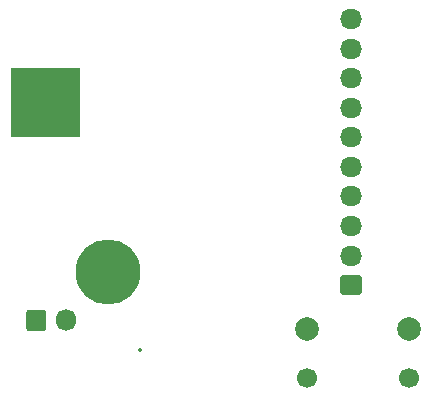
<source format=gbr>
%TF.GenerationSoftware,KiCad,Pcbnew,(5.1.9-0-10_14)*%
%TF.CreationDate,2021-06-17T10:40:19+01:00*%
%TF.ProjectId,Bell,42656c6c-2e6b-4696-9361-645f70636258,1*%
%TF.SameCoordinates,Original*%
%TF.FileFunction,Soldermask,Bot*%
%TF.FilePolarity,Negative*%
%FSLAX46Y46*%
G04 Gerber Fmt 4.6, Leading zero omitted, Abs format (unit mm)*
G04 Created by KiCad (PCBNEW (5.1.9-0-10_14)) date 2021-06-17 10:40:19*
%MOMM*%
%LPD*%
G01*
G04 APERTURE LIST*
%ADD10C,0.100000*%
%ADD11C,0.350000*%
%ADD12O,1.850000X1.700000*%
%ADD13C,5.500000*%
%ADD14O,1.700000X1.850000*%
%ADD15C,1.700000*%
%ADD16C,2.000000*%
G04 APERTURE END LIST*
D10*
%TO.C,U3*%
G36*
X72600000Y-45400000D02*
G01*
X72600000Y-39600000D01*
X78400000Y-39600000D01*
X78400000Y-45400000D01*
X72600000Y-45400000D01*
G37*
X72600000Y-45400000D02*
X72600000Y-39600000D01*
X78400000Y-39600000D01*
X78400000Y-45400000D01*
X72600000Y-45400000D01*
%TD*%
D11*
%TO.C,U2*%
X83500000Y-63500000D03*
%TD*%
D12*
%TO.C,J2*%
X101400000Y-35500000D03*
X101400000Y-38000000D03*
X101400000Y-40500000D03*
X101400000Y-43000000D03*
X101400000Y-45500000D03*
X101400000Y-48000000D03*
X101400000Y-50500000D03*
X101400000Y-53000000D03*
X101400000Y-55500000D03*
G36*
G01*
X102075000Y-58850000D02*
X100725000Y-58850000D01*
G75*
G02*
X100475000Y-58600000I0J250000D01*
G01*
X100475000Y-57400000D01*
G75*
G02*
X100725000Y-57150000I250000J0D01*
G01*
X102075000Y-57150000D01*
G75*
G02*
X102325000Y-57400000I0J-250000D01*
G01*
X102325000Y-58600000D01*
G75*
G02*
X102075000Y-58850000I-250000J0D01*
G01*
G37*
%TD*%
D13*
%TO.C,U4*%
X80800000Y-56900000D03*
%TD*%
D14*
%TO.C,J4*%
X77250000Y-61000000D03*
G36*
G01*
X73900000Y-61675000D02*
X73900000Y-60325000D01*
G75*
G02*
X74150000Y-60075000I250000J0D01*
G01*
X75350000Y-60075000D01*
G75*
G02*
X75600000Y-60325000I0J-250000D01*
G01*
X75600000Y-61675000D01*
G75*
G02*
X75350000Y-61925000I-250000J0D01*
G01*
X74150000Y-61925000D01*
G75*
G02*
X73900000Y-61675000I0J250000D01*
G01*
G37*
%TD*%
D15*
%TO.C,J1*%
X106325000Y-65910000D03*
X97675000Y-65910000D03*
D16*
X106325000Y-61730000D03*
X97675000Y-61730000D03*
%TD*%
M02*

</source>
